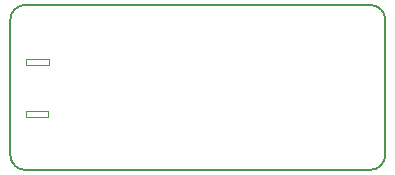
<source format=gko>
G04*
G04 #@! TF.GenerationSoftware,Altium Limited,Altium Designer,21.6.4 (81)*
G04*
G04 Layer_Color=16711935*
%FSLAX24Y24*%
%MOIN*%
G70*
G04*
G04 #@! TF.SameCoordinates,18F95803-63CF-49D0-9880-B3B199DA49BA*
G04*
G04*
G04 #@! TF.FilePolarity,Positive*
G04*
G01*
G75*
%ADD15C,0.0060*%
%ADD83C,0.0020*%
D15*
X22500Y15000D02*
G03*
X22000Y15500I-500J0D01*
G01*
Y10000D02*
G03*
X22500Y10500I0J500D01*
G01*
X10500Y15500D02*
G03*
X10000Y15000I0J-500D01*
G01*
X10000Y10500D02*
G03*
X10500Y10000I500J0D01*
G01*
X10000Y10500D02*
X10000Y15000D01*
X22500Y10500D02*
Y15000D01*
X10500Y15500D02*
X22000Y15500D01*
X10500Y10000D02*
X22000Y10000D01*
D83*
X10530Y13690D02*
X11290D01*
X11230Y13490D02*
X11290D01*
Y13690D01*
X10530Y13490D02*
X10620D01*
X11230D01*
X10530D02*
Y13690D01*
X10510Y11750D02*
X10600D01*
X10510D02*
Y11950D01*
X11270D01*
Y11750D02*
Y11950D01*
X11210Y11750D02*
X11270D01*
X10600D02*
X11210D01*
M02*

</source>
